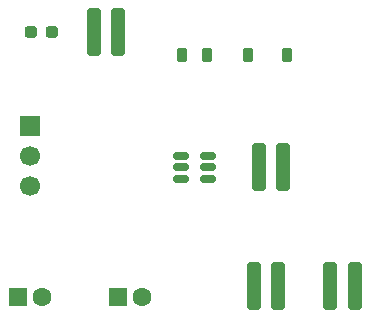
<source format=gbr>
%TF.GenerationSoftware,KiCad,Pcbnew,9.0.1*%
%TF.CreationDate,2025-05-31T16:56:00-05:00*%
%TF.ProjectId,ME 433 HW15 V1,4d452034-3333-4204-9857-31352056312e,rev?*%
%TF.SameCoordinates,Original*%
%TF.FileFunction,Soldermask,Top*%
%TF.FilePolarity,Negative*%
%FSLAX46Y46*%
G04 Gerber Fmt 4.6, Leading zero omitted, Abs format (unit mm)*
G04 Created by KiCad (PCBNEW 9.0.1) date 2025-05-31 16:56:00*
%MOMM*%
%LPD*%
G01*
G04 APERTURE LIST*
G04 Aperture macros list*
%AMRoundRect*
0 Rectangle with rounded corners*
0 $1 Rounding radius*
0 $2 $3 $4 $5 $6 $7 $8 $9 X,Y pos of 4 corners*
0 Add a 4 corners polygon primitive as box body*
4,1,4,$2,$3,$4,$5,$6,$7,$8,$9,$2,$3,0*
0 Add four circle primitives for the rounded corners*
1,1,$1+$1,$2,$3*
1,1,$1+$1,$4,$5*
1,1,$1+$1,$6,$7*
1,1,$1+$1,$8,$9*
0 Add four rect primitives between the rounded corners*
20,1,$1+$1,$2,$3,$4,$5,0*
20,1,$1+$1,$4,$5,$6,$7,0*
20,1,$1+$1,$6,$7,$8,$9,0*
20,1,$1+$1,$8,$9,$2,$3,0*%
G04 Aperture macros list end*
%ADD10RoundRect,0.237500X0.287500X0.237500X-0.287500X0.237500X-0.287500X-0.237500X0.287500X-0.237500X0*%
%ADD11RoundRect,0.250000X-0.350000X-1.775000X0.350000X-1.775000X0.350000X1.775000X-0.350000X1.775000X0*%
%ADD12RoundRect,0.150000X-0.512500X-0.150000X0.512500X-0.150000X0.512500X0.150000X-0.512500X0.150000X0*%
%ADD13RoundRect,0.218750X-0.218750X-0.381250X0.218750X-0.381250X0.218750X0.381250X-0.218750X0.381250X0*%
%ADD14R,1.700000X1.700000*%
%ADD15C,1.700000*%
%ADD16RoundRect,0.225000X0.225000X0.375000X-0.225000X0.375000X-0.225000X-0.375000X0.225000X-0.375000X0*%
%ADD17R,1.600000X1.600000*%
%ADD18C,1.600000*%
G04 APERTURE END LIST*
D10*
%TO.C,D1*%
X106125000Y-62000000D03*
X107875000Y-62000000D03*
%TD*%
D11*
%TO.C,R1*%
X111450000Y-62000000D03*
X113500000Y-62000000D03*
%TD*%
%TO.C,R4*%
X131475000Y-83500000D03*
X133525000Y-83500000D03*
%TD*%
%TO.C,R3*%
X124975000Y-83500000D03*
X127025000Y-83500000D03*
%TD*%
%TO.C,R2*%
X125450000Y-73500000D03*
X127500000Y-73500000D03*
%TD*%
D12*
%TO.C,MT1*%
X118862500Y-72550000D03*
X118862500Y-73500000D03*
X118862500Y-74450000D03*
X121137500Y-74450000D03*
X121137500Y-73500000D03*
X121137500Y-72550000D03*
%TD*%
D13*
%TO.C,L1*%
X118937500Y-64000000D03*
X121062500Y-64000000D03*
%TD*%
D14*
%TO.C,J1*%
X106025000Y-69975000D03*
D15*
X106025000Y-72515000D03*
X106025000Y-75055000D03*
%TD*%
D16*
%TO.C,D2*%
X127800000Y-64000000D03*
X124500000Y-64000000D03*
%TD*%
D17*
%TO.C,C2*%
X113500000Y-84500000D03*
D18*
X115500000Y-84500000D03*
%TD*%
D17*
%TO.C,C1*%
X105044888Y-84500000D03*
D18*
X107044888Y-84500000D03*
%TD*%
M02*

</source>
